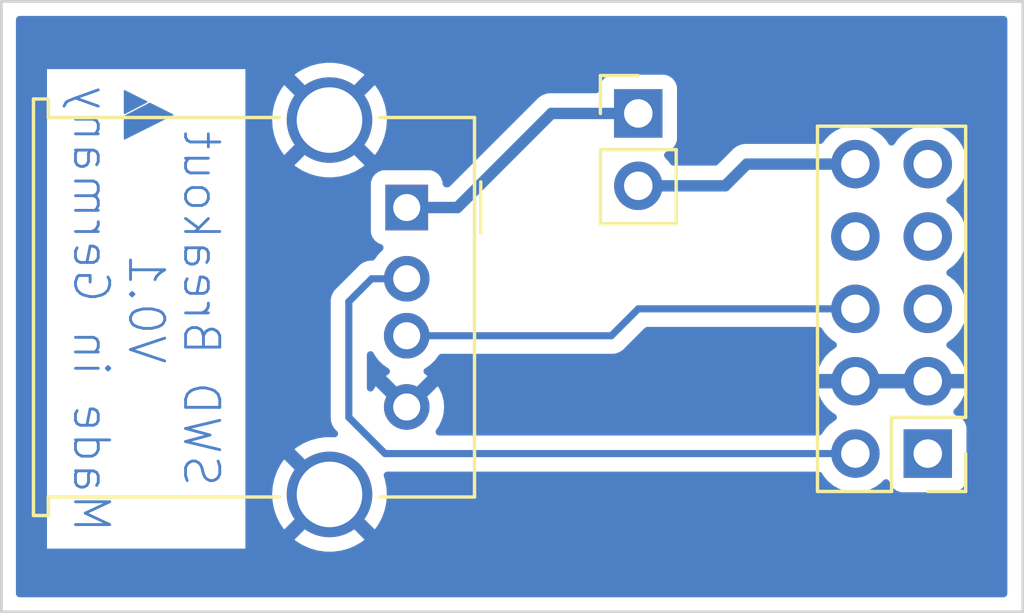
<source format=kicad_pcb>
(kicad_pcb (version 20211014) (generator pcbnew)
  (layers (0 "F.Cu" signal) (31 "B.Cu" signal) (34 "B.Paste" user) (35 "F.Paste" user) (36 "B.SilkS" user "B.Silkscreen") (37 "F.SilkS" user "F.Silkscreen") (38 "B.Mask" user) (39 "F.Mask" user) (44 "Edge.Cuts" user))
  (net 0 "")
  (net 4 "/GND")
  (net 5 "/Vbus")
  (net 6 "/SWCLK")
  (net 7 "/SWD")
  (net 10 "/VbusA")
  (footprint "Connector_PinHeader_2.54mm:PinHeader_2x05_P2.54mm_Vertical" (layer "F.Cu") (at 105.41 85.09 180)
    (fp_text reference "J2" hide)
    (fp_text value "Conn_02x05_Odd_Even" hide)
    (fp_line (start -1.33 1.27) (end -1.33 11.49) (layer "F.SilkS") (width 0.12))
    (fp_line (start 1.27 -1.33) (end 3.87 -1.33) (layer "F.SilkS") (width 0.12))
    (fp_line (start -1.33 1.27) (end 1.27 1.27) (layer "F.SilkS") (width 0.12))
    (fp_line (start 1.27 1.27) (end 1.27 -1.33) (layer "F.SilkS") (width 0.12))
    (fp_line (start -1.33 -1.33) (end 0 -1.33) (layer "F.SilkS") (width 0.12))
    (fp_line (start -1.33 0) (end -1.33 -1.33) (layer "F.SilkS") (width 0.12))
    (fp_line (start -1.33 11.49) (end 3.87 11.49) (layer "F.SilkS") (width 0.12))
    (fp_line (start 3.87 -1.33) (end 3.87 11.49) (layer "F.SilkS") (width 0.12))
    (pad "1" thru_hole rect (at 0 0 180) (size 1.7 1.7) (drill 1) (layers *.Cu *.Mask))
    (pad "2" thru_hole oval (at 2.54 0 180) (size 1.7 1.7) (drill 1) (layers *.Cu *.Mask) (net 7 "/SWD"))
    (pad "3" thru_hole oval (at 0 2.54 180) (size 1.7 1.7) (drill 1) (layers *.Cu *.Mask) (net 4 "/GND"))
    (pad "4" thru_hole oval (at 2.54 2.54 180) (size 1.7 1.7) (drill 1) (layers *.Cu *.Mask) (net 4 "/GND"))
    (pad "5" thru_hole oval (at 0 5.08 180) (size 1.7 1.7) (drill 1) (layers *.Cu *.Mask))
    (pad "6" thru_hole oval (at 2.54 5.08 180) (size 1.7 1.7) (drill 1) (layers *.Cu *.Mask) (net 6 "/SWCLK"))
    (pad "7" thru_hole oval (at 0 7.62 180) (size 1.7 1.7) (drill 1) (layers *.Cu *.Mask))
    (pad "8" thru_hole oval (at 2.54 7.62 180) (size 1.7 1.7) (drill 1) (layers *.Cu *.Mask))
    (pad "9" thru_hole oval (at 0 10.16 180) (size 1.7 1.7) (drill 1) (layers *.Cu *.Mask))
    (pad "10" thru_hole oval (at 2.54 10.16 180) (size 1.7 1.7) (drill 1) (layers *.Cu *.Mask) (net 10 "/VbusA"))
  )
  (footprint "Connector_USB:USB_A_Molex_67643_Horizontal" (layer "F.Cu") (at 87.122 76.454 -90)
    (fp_text reference "J1" hide)
    (fp_text value "USB_A" hide)
    (fp_line (start 10.81 13.1) (end 10.81 12.58) (layer "F.SilkS") (width 0.12))
    (fp_line (start 10.16 4.47) (end 10.16 12.58) (layer "F.SilkS") (width 0.12))
    (fp_line (start -3.16 -2.38) (end -3.16 0.95) (layer "F.SilkS") (width 0.12))
    (fp_line (start 10.81 12.58) (end 10.16 12.58) (layer "F.SilkS") (width 0.12))
    (fp_line (start -3.81 13.1) (end 10.81 13.1) (layer "F.SilkS") (width 0.12))
    (fp_line (start -3.16 12.58) (end -3.81 12.58) (layer "F.SilkS") (width 0.12))
    (fp_line (start -0.9 -2.6) (end 0.9 -2.6) (layer "F.SilkS") (width 0.12))
    (fp_line (start -3.16 12.58) (end -3.16 4.47) (layer "F.SilkS") (width 0.12))
    (fp_line (start -3.81 12.58) (end -3.81 13.1) (layer "F.SilkS") (width 0.12))
    (fp_line (start -3.16 -2.38) (end 10.16 -2.38) (layer "F.SilkS") (width 0.12))
    (fp_line (start 10.16 -2.38) (end 10.16 0.95) (layer "F.SilkS") (width 0.12))
    (pad "1" thru_hole rect (at 0 0 270) (size 1.6 1.5) (drill 0.95) (layers *.Cu *.Mask) (net 5 "/Vbus"))
    (pad "2" thru_hole circle (at 2.5 0 270) (size 1.6 1.6) (drill 0.95) (layers *.Cu *.Mask) (net 7 "/SWD"))
    (pad "3" thru_hole circle (at 4.5 0 270) (size 1.6 1.6) (drill 0.95) (layers *.Cu *.Mask) (net 6 "/SWCLK"))
    (pad "4" thru_hole circle (at 7 0 270) (size 1.6 1.6) (drill 0.95) (layers *.Cu *.Mask) (net 4 "/GND"))
    (pad "5" thru_hole circle (at -3.07 2.71 270) (size 3 3) (drill 2.3) (layers *.Cu *.Mask) (net 4 "/GND"))
    (pad "5" thru_hole circle (at 10.07 2.71 270) (size 3 3) (drill 2.3) (layers *.Cu *.Mask) (net 4 "/GND"))
  )
  (footprint "Connector_PinHeader_2.54mm:PinHeader_1x02_P2.54mm_Vertical" (layer "F.Cu") (at 95.25 73.152)
    (fp_text reference "J3" hide)
    (fp_text value "Conn_01x02_Male" hide)
    (fp_line (start -1.33 -1.33) (end 0 -1.33) (layer "F.SilkS") (width 0.12))
    (fp_line (start -1.33 1.27) (end -1.33 3.87) (layer "F.SilkS") (width 0.12))
    (fp_line (start 1.33 1.27) (end 1.33 3.87) (layer "F.SilkS") (width 0.12))
    (fp_line (start -1.33 3.87) (end 1.33 3.87) (layer "F.SilkS") (width 0.12))
    (fp_line (start -1.33 1.27) (end 1.33 1.27) (layer "F.SilkS") (width 0.12))
    (fp_line (start -1.33 0) (end -1.33 -1.33) (layer "F.SilkS") (width 0.12))
    (pad "1" thru_hole rect (at 0 0) (size 1.7 1.7) (drill 1) (layers *.Cu *.Mask) (net 5 "/Vbus"))
    (pad "2" thru_hole oval (at 0 2.54) (size 1.7 1.7) (drill 1) (layers *.Cu *.Mask) (net 10 "/VbusA"))
  )
  (gr_poly (pts (xy 78.002089 72.747253) (xy 77.216 73.152) (xy 77.216 72.354208) (xy 78.002089 72.747253)) (layer "B.Cu") (width 0.047624) (fill solid))
  (gr_poly (pts (xy 78.909333 73.200875) (xy 77.216 74.047541) (xy 77.216 73.254631) (xy 78.103011 72.797714) (xy 78.909333 73.200875)) (layer "B.Cu") (width 0.047624) (fill solid))
  (gr_rect (start 72.896856 69.220058) (end 108.744486 90.642392) (layer "Edge.Cuts") (width 0.1) (fill none))
  (gr_text "SWD Breakout\nV0.1\nMade in Germany" (at 77.978 80.01 270) (layer "B.Cu") (effects (font (size 1.2 1.2) (thickness 0.1)) (justify mirror)))
  (segment (start 87.122 76.454) (end 88.9 76.454) (width 0.4) (layer "B.Cu") (net 5))
  (segment (start 88.9 76.454) (end 92.202 73.152) (width 0.4) (layer "B.Cu") (net 5))
  (segment (start 92.202 73.152) (end 95.25 73.152) (width 0.4) (layer "B.Cu") (net 5))
  (segment (start 94.306 80.954) (end 95.25 80.01) (width 0.25) (layer "B.Cu") (net 6))
  (segment (start 87.122 80.954) (end 94.306 80.954) (width 0.25) (layer "B.Cu") (net 6))
  (segment (start 95.25 80.01) (end 102.87 80.01) (width 0.25) (layer "B.Cu") (net 6))
  (segment (start 87.122 78.954) (end 85.892 78.954) (width 0.25) (layer "B.Cu") (net 7))
  (segment (start 86.36 85.09) (end 102.87 85.09) (width 0.25) (layer "B.Cu") (net 7))
  (segment (start 85.892 78.954) (end 85.09 79.756) (width 0.25) (layer "B.Cu") (net 7))
  (segment (start 85.09 83.82) (end 86.36 85.09) (width 0.25) (layer "B.Cu") (net 7))
  (segment (start 85.09 79.756) (end 85.09 83.82) (width 0.25) (layer "B.Cu") (net 7))
  (segment (start 99.06 74.93) (end 102.87 74.93) (width 0.4) (layer "B.Cu") (net 10))
  (segment (start 95.25 75.692) (end 98.298 75.692) (width 0.4) (layer "B.Cu") (net 10))
  (segment (start 98.298 75.692) (end 99.06 74.93) (width 0.4) (layer "B.Cu") (net 10))
  (zone (net 4) (net_name "/GND") (layer "B.Cu") (connect_pads (clearance 0.508)) (min_thickness 0.254) (fill yes (thermal_gap 0.508) (thermal_bridge_width 0.508))
    (polygon (pts (xy 108.204 90.17) (xy 73.406 90.17) (xy 73.406 69.596) (xy 108.204 69.596)))
  )
)
</source>
